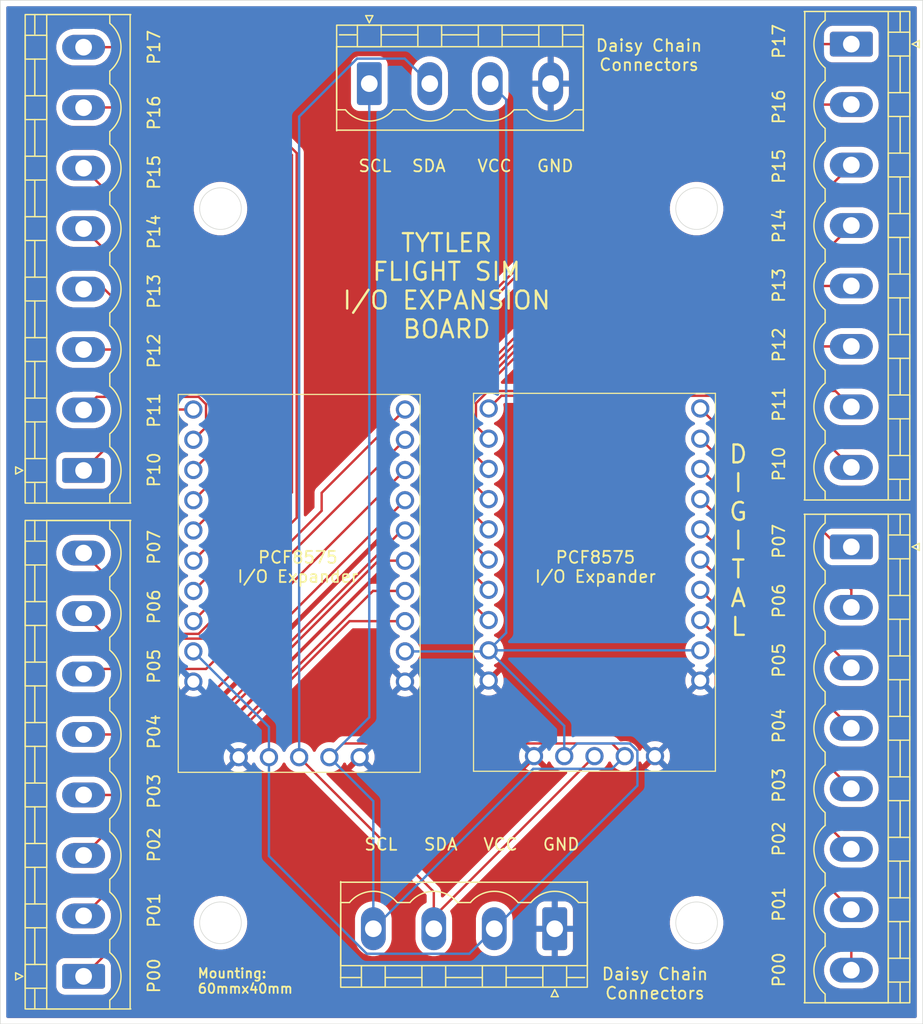
<source format=kicad_pcb>
(kicad_pcb (version 20241229) (generator "pcbnew") (generator_version "9.0")
  (layers (0 "F.Cu" signal) (2 "B.Cu" signal) (13 "F.Paste" user) (15 "B.Paste" user) (5 "F.SilkS" user "F.Silkscreen") (7 "B.SilkS" user "B.Silkscreen") (1 "F.Mask" user) (3 "B.Mask" user) (25 "Edge.Cuts" user))
  (net 0 "")
  (net 1 "Net-(J5-Pin_3)")
  (net 2 "Net-(J4-Pin_1)")
  (net 3 "Net-(J4-Pin_2)")
  (net 4 "+5V")
  (net 5 "GND")
  (net 6 "Net-(J2-Pin_5)")
  (net 7 "Net-(J2-Pin_1)")
  (net 8 "Net-(J1-Pin_6)")
  (net 9 "Net-(J2-Pin_8)")
  (net 10 "Net-(J1-Pin_7)")
  (net 11 "Net-(J1-Pin_2)")
  (net 12 "Net-(J2-Pin_3)")
  (net 13 "Net-(J1-Pin_4)")
  (net 14 "Net-(J2-Pin_2)")
  (net 15 "Net-(J2-Pin_6)")
  (net 16 "Net-(J2-Pin_7)")
  (net 17 "Net-(J2-Pin_4)")
  (net 18 "Net-(J1-Pin_5)")
  (net 19 "Net-(J1-Pin_1)")
  (net 20 "Net-(J1-Pin_8)")
  (net 21 "Net-(J5-Pin_7)")
  (net 22 "Net-(J5-Pin_1)")
  (net 23 "Net-(J5-Pin_2)")
  (net 24 "Net-(J5-Pin_8)")
  (net 25 "Net-(J5-Pin_5)")
  (net 26 "Net-(J5-Pin_6)")
  (net 27 "Net-(J5-Pin_4)")
  (net 28 "Net-(J6-Pin_1)")
  (net 29 "Net-(J6-Pin_8)")
  (net 30 "Net-(J6-Pin_7)")
  (net 31 "Net-(J6-Pin_4)")
  (net 32 "Net-(J6-Pin_3)")
  (net 33 "Net-(J6-Pin_6)")
  (net 34 "Net-(J6-Pin_2)")
  (net 35 "Net-(J6-Pin_5)")
  (net 36 "Net-(J1-Pin_3)")
  (footprint "MyCustomSymbolLibrary:PCF8575_Breakout" (layer "F.Cu") (at 137.53 86.79)
    (property "Reference" "U3" (hide yes))
    (property "Value" "~")
    (pad "G1" thru_hole circle (at 0 22.86) (size 1.53 1.53) (drill 1.02) (layers "*.Cu" "*.Mask") (net 5 "GND"))
    (pad "G2" thru_hole circle (at 3.81 29.21) (size 1.53 1.53) (drill 1.02) (layers "*.Cu" "*.Mask") (net 5 "GND"))
    (pad "G3" thru_hole circle (at 17.78 22.86) (size 1.53 1.53) (drill 1.02) (layers "*.Cu" "*.Mask") (net 5 "GND"))
    (pad "INT" thru_hole circle (at 13.97 29.21) (size 1.53 1.53) (drill 1.02) (layers "*.Cu" "*.Mask") (net 5 "GND"))
    (pad "P00" thru_hole circle (at 17.78 17.78) (size 1.53 1.53) (drill 1.02) (layers "*.Cu" "*.Mask") (net 29 "Net-(J6-Pin_8)"))
    (pad "P01" thru_hole circle (at 17.78 15.24) (size 1.53 1.53) (drill 1.02) (layers "*.Cu" "*.Mask") (net 30 "Net-(J6-Pin_7)"))
    (pad "P02" thru_hole circle (at 17.78 12.7) (size 1.53 1.53) (drill 1.02) (layers "*.Cu" "*.Mask") (net 33 "Net-(J6-Pin_6)"))
    (pad "P03" thru_hole circle (at 17.78 10.16) (size 1.53 1.53) (drill 1.02) (layers "*.Cu" "*.Mask") (net 35 "Net-(J6-Pin_5)"))
    (pad "P04" thru_hole circle (at 17.78 7.62) (size 1.53 1.53) (drill 1.02) (layers "*.Cu" "*.Mask") (net 31 "Net-(J6-Pin_4)"))
    (pad "P05" thru_hole circle (at 17.78 5.08) (size 1.53 1.53) (drill 1.02) (layers "*.Cu" "*.Mask") (net 32 "Net-(J6-Pin_3)"))
    (pad "P06" thru_hole circle (at 17.78 2.54) (size 1.53 1.53) (drill 1.02) (layers "*.Cu" "*.Mask") (net 34 "Net-(J6-Pin_2)"))
    (pad "P07" thru_hole circle (at 17.78 0) (size 1.53 1.53) (drill 1.02) (layers "*.Cu" "*.Mask") (net 28 "Net-(J6-Pin_1)"))
    (pad "P10" thru_hole circle (at 0 0) (size 1.53 1.53) (drill 1.02) (layers "*.Cu" "*.Mask") (net 24 "Net-(J5-Pin_8)"))
    (pad "P11" thru_hole circle (at 0 2.54) (size 1.53 1.53) (drill 1.02) (layers "*.Cu" "*.Mask") (net 21 "Net-(J5-Pin_7)"))
    (pad "P12" thru_hole circle (at 0 5.08) (size 1.53 1.53) (drill 1.02) (layers "*.Cu" "*.Mask") (net 26 "Net-(J5-Pin_6)"))
    (pad "P13" thru_hole circle (at 0 7.62) (size 1.53 1.53) (drill 1.02) (layers "*.Cu" "*.Mask") (net 25 "Net-(J5-Pin_5)"))
    (pad "P14" thru_hole circle (at 0 10.16) (size 1.53 1.53) (drill 1.02) (layers "*.Cu" "*.Mask") (net 27 "Net-(J5-Pin_4)"))
    (pad "P15" thru_hole circle (at 0 12.7) (size 1.53 1.53) (drill 1.02) (layers "*.Cu" "*.Mask") (net 1 "Net-(J5-Pin_3)"))
    (pad "P16" thru_hole circle (at 0 15.24) (size 1.53 1.53) (drill 1.02) (layers "*.Cu" "*.Mask") (net 23 "Net-(J5-Pin_2)"))
    (pad "P17" thru_hole circle (at 0 17.78) (size 1.53 1.53) (drill 1.02) (layers "*.Cu" "*.Mask") (net 22 "Net-(J5-Pin_1)"))
    (pad "SCL" thru_hole circle (at 11.43 29.21) (size 1.53 1.53) (drill 1.02) (layers "*.Cu" "*.Mask") (net 2 "Net-(J4-Pin_1)"))
    (pad "SDA" thru_hole circle (at 8.89 29.21) (size 1.53 1.53) (drill 1.02) (layers "*.Cu" "*.Mask") (net 3 "Net-(J4-Pin_2)"))
    (pad "VCC" thru_hole circle (at 6.35 29.21) (size 1.53 1.53) (drill 1.02) (layers "*.Cu" "*.Mask") (net 4 "+5V"))
    (pad "VD1" thru_hole circle (at 0 20.32) (size 1.53 1.53) (drill 1.02) (layers "*.Cu" "*.Mask") (net 4 "+5V"))
    (pad "VD2" thru_hole circle (at 17.78 20.32) (size 1.53 1.53) (drill 1.02) (layers "*.Cu" "*.Mask") (net 4 "+5V"))
  )
  (footprint "MyCustomSymbolLibrary:ScrewTerminal_2,5_8-G-5,08_1x08_P5.08mm_Vertical" (layer "F.Cu") (at 168 98.42 -90)
    (property "Reference" "J6" (hide yes))
    (property "Value" "Screw_Terminal_01x08")
    (pad "1" thru_hole roundrect (at 0 0 270) (size 2.08 3.6) (drill 1.4) (layers "*.Cu" "*.Mask") (roundrect_rratio 0.120192) (net 28 "Net-(J6-Pin_1)"))
    (pad "2" thru_hole oval (at 5.08 0 270) (size 2.08 3.6) (drill 1.4) (layers "*.Cu" "*.Mask") (net 34 "Net-(J6-Pin_2)"))
    (pad "3" thru_hole oval (at 10.16 0 270) (size 2.08 3.6) (drill 1.4) (layers "*.Cu" "*.Mask") (net 32 "Net-(J6-Pin_3)"))
    (pad "4" thru_hole oval (at 15.24 0 270) (size 2.08 3.6) (drill 1.4) (layers "*.Cu" "*.Mask") (net 31 "Net-(J6-Pin_4)"))
    (pad "5" thru_hole oval (at 20.32 0 270) (size 2.08 3.6) (drill 1.4) (layers "*.Cu" "*.Mask") (net 35 "Net-(J6-Pin_5)"))
    (pad "6" thru_hole oval (at 25.4 0 270) (size 2.08 3.6) (drill 1.4) (layers "*.Cu" "*.Mask") (net 33 "Net-(J6-Pin_6)"))
    (pad "7" thru_hole oval (at 30.48 0 270) (size 2.08 3.6) (drill 1.4) (layers "*.Cu" "*.Mask") (net 30 "Net-(J6-Pin_7)"))
    (pad "8" thru_hole oval (at 35.56 0 270) (size 2.08 3.6) (drill 1.4) (layers "*.Cu" "*.Mask") (net 29 "Net-(J6-Pin_8)"))
  )
  (footprint "MyCustomSymbolLibrary:ScrewTerminal_2,5_8-G-5,08_1x08_P5.08mm_Vertical" (layer "F.Cu") (at 103.5 134.5 90)
    (property "Reference" "J2" (hide yes))
    (property "Value" "Screw_Terminal_01x08")
    (pad "1" thru_hole roundrect (at 0 0 90) (size 2.08 3.6) (drill 1.4) (layers "*.Cu" "*.Mask") (roundrect_rratio 0.120192) (net 7 "Net-(J2-Pin_1)"))
    (pad "2" thru_hole oval (at 5.08 0 90) (size 2.08 3.6) (drill 1.4) (layers "*.Cu" "*.Mask") (net 14 "Net-(J2-Pin_2)"))
    (pad "3" thru_hole oval (at 10.16 0 90) (size 2.08 3.6) (drill 1.4) (layers "*.Cu" "*.Mask") (net 12 "Net-(J2-Pin_3)"))
    (pad "4" thru_hole oval (at 15.24 0 90) (size 2.08 3.6) (drill 1.4) (layers "*.Cu" "*.Mask") (net 17 "Net-(J2-Pin_4)"))
    (pad "5" thru_hole oval (at 20.32 0 90) (size 2.08 3.6) (drill 1.4) (layers "*.Cu" "*.Mask") (net 6 "Net-(J2-Pin_5)"))
    (pad "6" thru_hole oval (at 25.4 0 90) (size 2.08 3.6) (drill 1.4) (layers "*.Cu" "*.Mask") (net 15 "Net-(J2-Pin_6)"))
    (pad "7" thru_hole oval (at 30.48 0 90) (size 2.08 3.6) (drill 1.4) (layers "*.Cu" "*.Mask") (net 16 "Net-(J2-Pin_7)"))
    (pad "8" thru_hole oval (at 35.56 0 90) (size 2.08 3.6) (drill 1.4) (layers "*.Cu" "*.Mask") (net 9 "Net-(J2-Pin_8)"))
  )
  (footprint "MyCustomSymbolLibrary:ScrewTerminal_2,5_8-G-5,08_1x08_P5.08mm_Vertical" (layer "F.Cu") (at 168 56.18 -90)
    (property "Reference" "J5" (hide yes))
    (property "Value" "Screw_Terminal_01x08")
    (pad "1" thru_hole roundrect (at 0 0 270) (size 2.08 3.6) (drill 1.4) (layers "*.Cu" "*.Mask") (roundrect_rratio 0.120192) (net 22 "Net-(J5-Pin_1)"))
    (pad "2" thru_hole oval (at 5.08 0 270) (size 2.08 3.6) (drill 1.4) (layers "*.Cu" "*.Mask") (net 23 "Net-(J5-Pin_2)"))
    (pad "3" thru_hole oval (at 10.16 0 270) (size 2.08 3.6) (drill 1.4) (layers "*.Cu" "*.Mask") (net 1 "Net-(J5-Pin_3)"))
    (pad "4" thru_hole oval (at 15.24 0 270) (size 2.08 3.6) (drill 1.4) (layers "*.Cu" "*.Mask") (net 27 "Net-(J5-Pin_4)"))
    (pad "5" thru_hole oval (at 20.32 0 270) (size 2.08 3.6) (drill 1.4) (layers "*.Cu" "*.Mask") (net 25 "Net-(J5-Pin_5)"))
    (pad "6" thru_hole oval (at 25.4 0 270) (size 2.08 3.6) (drill 1.4) (layers "*.Cu" "*.Mask") (net 26 "Net-(J5-Pin_6)"))
    (pad "7" thru_hole oval (at 30.48 0 270) (size 2.08 3.6) (drill 1.4) (layers "*.Cu" "*.Mask") (net 21 "Net-(J5-Pin_7)"))
    (pad "8" thru_hole oval (at 35.56 0 270) (size 2.08 3.6) (drill 1.4) (layers "*.Cu" "*.Mask") (net 24 "Net-(J5-Pin_8)"))
  )
  (footprint "MyCustomSymbolLibrary:ScrewTerminal_2,5_8-G-5,08_1x08_P5.08mm_Vertical" (layer "F.Cu") (at 103.5 92 90)
    (property "Reference" "J1" (hide yes))
    (property "Value" "Screw_Terminal_01x08")
    (pad "1" thru_hole roundrect (at 0 0 90) (size 2.08 3.6) (drill 1.4) (layers "*.Cu" "*.Mask") (roundrect_rratio 0.120192) (net 19 "Net-(J1-Pin_1)"))
    (pad "2" thru_hole oval (at 5.08 0 90) (size 2.08 3.6) (drill 1.4) (layers "*.Cu" "*.Mask") (net 11 "Net-(J1-Pin_2)"))
    (pad "3" thru_hole oval (at 10.16 0 90) (size 2.08 3.6) (drill 1.4) (layers "*.Cu" "*.Mask") (net 36 "Net-(J1-Pin_3)"))
    (pad "4" thru_hole oval (at 15.24 0 90) (size 2.08 3.6) (drill 1.4) (layers "*.Cu" "*.Mask") (net 13 "Net-(J1-Pin_4)"))
    (pad "5" thru_hole oval (at 20.32 0 90) (size 2.08 3.6) (drill 1.4) (layers "*.Cu" "*.Mask") (net 18 "Net-(J1-Pin_5)"))
    (pad "6" thru_hole oval (at 25.4 0 90) (size 2.08 3.6) (drill 1.4) (layers "*.Cu" "*.Mask") (net 8 "Net-(J1-Pin_6)"))
    (pad "7" thru_hole oval (at 30.48 0 90) (size 2.08 3.6) (drill 1.4) (layers "*.Cu" "*.Mask") (net 10 "Net-(J1-Pin_7)"))
    (pad "8" thru_hole oval (at 35.56 0 90) (size 2.08 3.6) (drill 1.4) (layers "*.Cu" "*.Mask") (net 20 "Net-(J1-Pin_8)"))
  )
  (footprint "MyCustomSymbolLibrary:ScrewTerminal_2,5_4-G-5,08_1x04_P5.08mm_Vertical" (layer "F.Cu") (at 127.5 59.5)
    (property "Reference" "J4" (hide yes))
    (property "Value" "PCF_Upper_Daisy_Chain_Terminal")
    (pad "1" thru_hole roundrect (at 0 0) (size 2.08 3.6) (drill 1.4) (layers "*.Cu" "*.Mask") (roundrect_rratio 0.120192) (net 2 "Net-(J4-Pin_1)"))
    (pad "2" thru_hole oval (at 5.08 0) (size 2.08 3.6) (drill 1.4) (layers "*.Cu" "*.Mask") (net 3 "Net-(J4-Pin_2)"))
    (pad "3" thru_hole oval (at 10.16 0) (size 2.08 3.6) (drill 1.4) (layers "*.Cu" "*.Mask") (net 4 "+5V"))
    (pad "4" thru_hole oval (at 15.24 0) (size 2.08 3.6) (drill 1.4) (layers "*.Cu" "*.Mask") (net 5 "GND"))
  )
  (footprint "MyCustomSymbolLibrary:PCF8575_Breakout" (layer "F.Cu") (at 112.72 86.88)
    (property "Reference" "U1" (hide yes))
    (property "Value" "~")
    (pad "G1" thru_hole circle (at 0 22.86) (size 1.53 1.53) (drill 1.02) (layers "*.Cu" "*.Mask") (net 5 "GND"))
    (pad "G2" thru_hole circle (at 3.81 29.21) (size 1.53 1.53) (drill 1.02) (layers "*.Cu" "*.Mask") (net 5 "GND"))
    (pad "G3" thru_hole circle (at 17.78 22.86) (size 1.53 1.53) (drill 1.02) (layers "*.Cu" "*.Mask") (net 5 "GND"))
    (pad "INT" thru_hole circle (at 13.97 29.21) (size 1.53 1.53) (drill 1.02) (layers "*.Cu" "*.Mask") (net 5 "GND"))
    (pad "P00" thru_hole circle (at 17.78 17.78) (size 1.53 1.53) (drill 1.02) (layers "*.Cu" "*.Mask") (net 7 "Net-(J2-Pin_1)"))
    (pad "P01" thru_hole circle (at 17.78 15.24) (size 1.53 1.53) (drill 1.02) (layers "*.Cu" "*.Mask") (net 14 "Net-(J2-Pin_2)"))
    (pad "P02" thru_hole circle (at 17.78 12.7) (size 1.53 1.53) (drill 1.02) (layers "*.Cu" "*.Mask") (net 12 "Net-(J2-Pin_3)"))
    (pad "P03" thru_hole circle (at 17.78 10.16) (size 1.53 1.53) (drill 1.02) (layers "*.Cu" "*.Mask") (net 17 "Net-(J2-Pin_4)"))
    (pad "P04" thru_hole circle (at 17.78 7.62) (size 1.53 1.53) (drill 1.02) (layers "*.Cu" "*.Mask") (net 6 "Net-(J2-Pin_5)"))
    (pad "P05" thru_hole circle (at 17.78 5.08) (size 1.53 1.53) (drill 1.02) (layers "*.Cu" "*.Mask") (net 15 "Net-(J2-Pin_6)"))
    (pad "P06" thru_hole circle (at 17.78 2.54) (size 1.53 1.53) (drill 1.02) (layers "*.Cu" "*.Mask") (net 16 "Net-(J2-Pin_7)"))
    (pad "P07" thru_hole circle (at 17.78 0) (size 1.53 1.53) (drill 1.02) (layers "*.Cu" "*.Mask") (net 9 "Net-(J2-Pin_8)"))
    (pad "P10" thru_hole circle (at 0 0) (size 1.53 1.53) (drill 1.02) (layers "*.Cu" "*.Mask") (net 19 "Net-(J1-Pin_1)"))
    (pad "P11" thru_hole circle (at 0 2.54) (size 1.53 1.53) (drill 1.02) (layers "*.Cu" "*.Mask") (net 11 "Net-(J1-Pin_2)"))
    (pad "P12" thru_hole circle (at 0 5.08) (size 1.53 1.53) (drill 1.02) (layers "*.Cu" "*.Mask") (net 36 "Net-(J1-Pin_3)"))
    (pad "P13" thru_hole circle (at 0 7.62) (size 1.53 1.53) (drill 1.02) (layers "*.Cu" "*.Mask") (net 13 "Net-(J1-Pin_4)"))
    (pad "P14" thru_hole circle (at 0 10.16) (size 1.53 1.53) (drill 1.02) (layers "*.Cu" "*.Mask") (net 18 "Net-(J1-Pin_5)"))
    (pad "P15" thru_hole circle (at 0 12.7) (size 1.53 1.53) (drill 1.02) (layers "*.Cu" "*.Mask") (net 8 "Net-(J1-Pin_6)"))
    (pad "P16" thru_hole circle (at 0 15.24) (size 1.53 1.53) (drill 1.02) (layers "*.Cu" "*.Mask") (net 10 "Net-(J1-Pin_7)"))
    (pad "P17" thru_hole circle (at 0 17.78) (size 1.53 1.53) (drill 1.02) (layers "*.Cu" "*.Mask") (net 20 "Net-(J1-Pin_8)"))
    (pad "SCL" thru_hole circle (at 11.43 29.21) (size 1.53 1.53) (drill 1.02) (layers "*.Cu" "*.Mask") (net 2 "Net-(J4-Pin_1)"))
    (pad "SDA" thru_hole circle (at 8.89 29.21) (size 1.53 1.53) (drill 1.02) (layers "*.Cu" "*.Mask") (net 3 "Net-(J4-Pin_2)"))
    (pad "VCC" thru_hole circle (at 6.35 29.21) (size 1.53 1.53) (drill 1.02) (layers "*.Cu" "*.Mask") (net 4 "+5V"))
    (pad "VD1" thru_hole circle (at 0 20.32) (size 1.53 1.53) (drill 1.02) (layers "*.Cu" "*.Mask") (net 4 "+5V"))
    (pad "VD2" thru_hole circle (at 17.78 20.32) (size 1.53 1.53) (drill 1.02) (layers "*.Cu" "*.Mask") (net 4 "+5V"))
  )
  (footprint "MyCustomSymbolLibrary:ScrewTerminal_2,5_4-G-5,08_1x04_P5.08mm_Vertical" (layer "F.Cu") (at 143.08 130.5 180)
    (property "Reference" "J8" (hide yes))
    (property "Value" "PCF_Lower_Daisy_Chain_Terminal")
    (pad "1" thru_hole roundrect (at 0 0 180) (size 2.08 3.6) (drill 1.4) (layers "*.Cu" "*.Mask") (roundrect_rratio 0.120192) (net 5 "GND"))
    (pad "2" thru_hole oval (at 5.08 0 180) (size 2.08 3.6) (drill 1.4) (layers "*.Cu" "*.Mask") (net 4 "+5V"))
    (pad "3" thru_hole oval (at 10.16 0 180) (size 2.08 3.6) (drill 1.4) (layers "*.Cu" "*.Mask") (net 3 "Net-(J4-Pin_2)"))
    (pad "4" thru_hole oval (at 15.24 0 180) (size 2.08 3.6) (drill 1.4) (layers "*.Cu" "*.Mask") (net 2 "Net-(J4-Pin_1)"))
  )
  (gr_circle (center 155 130) (end 156.75 130) (stroke (width 0.05)) (fill no) (layer "Edge.Cuts"))
  (gr_circle (center 115 130) (end 116.75 130) (stroke (width 0.05)) (fill no) (layer "Edge.Cuts"))
  (gr_circle (center 155 70) (end 156.75 70) (stroke (width 0.05)) (fill no) (layer "Edge.Cuts"))
  (gr_circle (center 115 70) (end 116.75 70) (stroke (width 0.05)) (fill no) (layer "Edge.Cuts"))
  (gr_rect (start 96.5 52.5) (end 174 138.5) (stroke (width 0.05)) (fill no) (layer "Edge.Cuts"))
  (gr_text "SCL" (at 127 124 0) (layer "F.SilkS") (effects (font (size 1 1)) (justify left bottom)))
  (gr_text "P05" (at 162.5 109.5 90) (layer "F.SilkS") (effects (font (size 1 1)) (justify left bottom)))
  (gr_text "SDA" (at 132 124 0) (layer "F.SilkS") (effects (font (size 1 1)) (justify left bottom)))
  (gr_text "PCF8575\nI/O Expander" (at 121.5 101.5 0) (layer "F.SilkS") (effects (font (size 1 1)) (justify bottom)))
  (gr_text "PCF8575\nI/O Expander" (at 146.5 101.5 0) (layer "F.SilkS") (effects (font (size 1 1)) (justify bottom)))
  (gr_text "Daisy Chain\nConnectors" (at 151 58.5 0) (layer "F.SilkS") (effects (font (size 1 1)) (justify bottom)))
  (gr_text "Mounting:\n60mmx40mm" (at 113 136 0) (layer "F.SilkS") (effects (font (size 0.8 0.8)) (justify left bottom)))
  (gr_text "P14" (at 110 73.5 90) (layer "F.SilkS") (effects (font (size 1 1)) (justify left bottom)))
  (gr_text "SCL" (at 126.5 67 0) (layer "F.SilkS") (effects (font (size 1 1)) (justify left bottom)))
  (gr_text "P04" (at 110 115.5 90) (layer "F.SilkS") (effects (font (size 1 1)) (justify left bottom)))
  (gr_text "P14" (at 162.5 73 90) (layer "F.SilkS") (effects (font (size 1 1)) (justify left bottom)))
  (gr_text "P03" (at 162.5 120 90) (layer "F.SilkS") (effects (font (size 1 1)) (justify left bottom)))
  (gr_text "P02" (at 110 125 90) (layer "F.SilkS") (effects (font (size 1 1)) (justify left bottom)))
  (gr_text "P01" (at 110 130.5 90) (layer "F.SilkS") (effects (font (size 1 1)) (justify left bottom)))
  (gr_text "P15" (at 110 68.5 90) (layer "F.SilkS") (effects (font (size 1 1)) (justify left bottom)))
  (gr_text "P12" (at 110 83.5 90) (layer "F.SilkS") (effects (font (size 1 1)) (justify left bottom)))
  (gr_text "P07" (at 162.5 99.5 90) (layer "F.SilkS") (effects (font (size 1 1)) (justify left bottom)))
  (gr_text "P17" (at 110 58 90) (layer "F.SilkS") (effects (font (size 1 1)) (justify left bottom)))
  (gr_text "VCC" (at 136.5 67 0) (layer "F.SilkS") (effects (font (size 1 1)) (justify left bottom)))
  (gr_text "SDA" (at 131 67 0) (layer "F.SilkS") (effects (font (size 1 1)) (justify left bottom)))
  (gr_text "P10" (at 162.5 93 90) (layer "F.SilkS") (effects (font (size 1 1)) (justify left bottom)))
  (gr_text "P17" (at 162.5 57.5 90) (layer "F.SilkS") (effects (font (size 1 1)) (justify left bottom)))
  (gr_text "P15" (at 162.5 68 90) (layer "F.SilkS") (effects (font (size 1 1)) (justify left bottom)))
  (gr_text "Daisy Chain\nConnectors" (at 151.5 136.5 0) (layer "F.SilkS") (effects (font (size 1 1)) (justify bottom)))
  (gr_text "D\nI\nG\nI\nT\nA\nL" (at 158.5 106 0) (layer "F.SilkS") (effects (font (size 1.5 1.5) (thickness 0.2) (bold yes)) (justify bottom)))
  (gr_text "P10" (at 110 93.5 90) (layer "F.SilkS") (effects (font (size 1 1)) (justify left bottom)))
  (gr_text "P11" (at 162.5 88 90) (layer "F.SilkS") (effects (font (size 1 1)) (justify left bottom)))
  (gr_text "P01" (at 162.5 130 90) (layer "F.SilkS") (effects (font (size 1 1)) (justify left bottom)))
  (gr_text "TYTLER\nFLIGHT SIM\nI/O EXPANSION\nBOARD" (at 134 81 0) (layer "F.SilkS") (effects (font (size 1.5 1.5) (thickness 0.2) (bold yes)) (justify bottom)))
  (gr_text "P13" (at 162.5 78 90) (layer "F.SilkS") (effects (font (size 1 1)) (justify left bottom)))
  (gr_text "P06" (at 110 105 90) (layer "F.SilkS") (effects (font (size 1 1)) (justify left bottom)))
  (gr_text "P00" (at 162.5 135.5 90) (layer "F.SilkS") (effects (font (size 1 1)) (justify left bottom)))
  (gr_text "GND" (at 142 124 0) (layer "F.SilkS") (effects (font (size 1 1)) (justify left bottom)))
  (gr_text "P12" (at 162.5 83 90) (layer "F.SilkS") (effects (font (size 1 1)) (justify left bottom)))
  (gr_text "P03" (at 110 120.5 90) (layer "F.SilkS") (effects (font (size 1 1)) (justify left bottom)))
  (gr_text "P11" (at 110 88.5 90) (layer "F.SilkS") (effects (font (size 1 1)) (justify left bottom)))
  (gr_text "P16" (at 162.5 63 90) (layer "F.SilkS") (effects (font (size 1 1)) (justify left bottom)))
  (gr_text "P02" (at 162.5 124.5 90) (layer "F.SilkS") (effects (font (size 1 1)) (justify left bottom)))
  (gr_text "VCC" (at 137 124 0) (layer "F.SilkS") (effects (font (size 1 1)) (justify left bottom)))
  (gr_text "P16" (at 110 63.5 90) (layer "F.SilkS") (effects (font (size 1 1)) (justify left bottom)))
  (gr_text "GND" (at 141.5 67 0) (layer "F.SilkS") (effects (font (size 1 1)) (justify left bottom)))
  (gr_text "P04" (at 162.5 115 90) (layer "F.SilkS") (effects (font (size 1 1)) (justify left bottom)))
  (gr_text "P07" (at 110 100 90) (layer "F.SilkS") (effects (font (size 1 1)) (justify left bottom)))
  (gr_text "P05" (at 110 110 90) (layer "F.SilkS") (effects (font (size 1 1)) (justify left bottom)))
  (gr_text "P06" (at 162.5 104.5 90) (layer "F.SilkS") (effects (font (size 1 1)) (justify left bottom)))
  (gr_text "P00" (at 110 136 90) (layer "F.SilkS") (effects (font (size 1 1)) (justify left bottom)))
  (gr_text "P13" (at 110 78.5 90) (layer "F.SilkS") (effects (font (size 1 1)) (justify left bottom)))
  (segment (start 145.022024 75.522024) (end 134.86 85.684048) (width 0.2) (layer "F.Cu") (net 1))
  (segment (start 168 66.34) (end 158.817976 75.522024) (width 0.2) (layer "F.Cu") (net 1))
  (segment (start 134.86 96.82) (end 134.86 85.684048) (width 0.2) (layer "F.Cu") (net 1))
  (segment (start 158.817976 75.522024) (end 145.022024 75.522024) (width 0.2) (layer "F.Cu") (net 1))
  (segment (start 137.53 99.49) (end 134.86 96.82) (width 0.2) (layer "F.Cu") (net 1))
  (segment (start 125.306 114.934) (end 124.15 116.09) (width 0.2) (layer "F.Cu") (net 2))
  (segment (start 148.96 116) (end 147.894 114.934) (width 0.2) (layer "F.Cu") (net 2))
  (segment (start 147.894 114.934) (end 125.306 114.934) (width 0.2) (layer "F.Cu") (net 2))
  (segment (start 148.96 116) (end 149 116.04) (width 0.2) (layer "F.Cu") (net 2))
  (segment (start 147.894 117.066) (end 148.96 116) (width 0.2) (layer "B.Cu") (net 2))
  (segment (start 127.5 59.5) (end 127.5 112.74) (width 0.2) (layer "B.Cu") (net 2))
  (segment (start 127.84 130.5) (end 141.274 117.066) (width 0.2) (layer "B.Cu") (net 2))
  (segment (start 127.5 112.74) (end 124.15 116.09) (width 0.2) (layer "B.Cu") (net 2))
  (segment (start 127.84 119.78) (end 124.15 116.09) (width 0.2) (layer "B.Cu") (net 2))
  (segment (start 141.274 117.066) (end 147.894 117.066) (width 0.2) (layer "B.Cu") (net 2))
  (segment (start 127.84 130.5) (end 127.84 119.78) (width 0.2) (layer "B.Cu") (net 2))
  (segment (start 132.92 127.4) (end 121.61 116.09) (width 0.2) (layer "F.Cu") (net 3))
  (segment (start 132.92 130.5) (end 132.92 127.4) (width 0.2) (layer "F.Cu") (net 3))
  (segment (start 132.92 130.5) (end 132.92 129.5) (width 0.2) (layer "F.Cu") (net 3))
  (segment (start 132.92 129.5) (end 146.42 116) (width 0.2) (layer "F.Cu") (net 3))
  (segment (start 130.479 57.399) (end 132.58 59.5) (width 0.2) (layer "B.Cu") (net 3))
  (segment (start 121.61 62.26384) (end 126.47484 57.399) (width 0.2) (layer "B.Cu") (net 3))
  (segment (start 126.47484 57.399) (end 130.479 57.399) (width 0.2) (layer "B.Cu") (net 3))
  (segment (start 121.61 116.09) (end 121.61 62.26384) (width 0.2) (layer "B.Cu") (net 3))
  (segment (start 137.53 107.11) (end 143.88 113.46) (width 0.2) (layer "B.Cu") (net 4))
  (segment (start 155.31 107.11) (end 137.53 107.11) (width 0.2) (layer "B.Cu") (net 4))
  (segment (start 139 105.64) (end 137.53 107.11) (width 0.2) (layer "B.Cu") (net 4))
  (segment (start 119.07 124.38646) (end 119.07 116.09) (width 0.2) (layer "B.Cu") (net 4))
  (segment (start 138 130.5) (end 135.899 132.601) (width 0.2) (layer "B.Cu") (net 4))
  (segment (start 119.07 113.55) (end 112.72 107.2) (width 0.2) (layer "B.Cu") (net 4))
  (segment (start 144.946 114.934) (end 143.88 116) (width 0.2) (layer "B.Cu") (net 4))
  (segment (start 130.5 107.2) (end 137.44 107.2) (width 0.2) (layer "B.Cu") (net 4))
  (segment (start 150.026 115.558448) (end 149.401552 114.934) (width 0.2) (layer "B.Cu") (net 4))
  (segment (start 149.401552 114.934) (end 144.946 114.934) (width 0.2) (layer "B.Cu") (net 4))
  (segment (start 138.42 130.5) (end 138.507552 130.5) (width 0.2) (layer "B.Cu") (net 4))
  (segment (start 137.66 59.5) (end 139 60.84) (width 0.2) (layer "B.Cu") (net 4))
  (segment (start 119.07 116.09) (end 119.07 113.55) (width 0.2) (layer "B.Cu") (net 4))
  (segment (start 150.026 118.474) (end 150.026 115.558448) (width 0.2) (layer "B.Cu") (net 4))
  (segment (start 138 130.5) (end 150.026 118.474) (width 0.2) (layer "B.Cu") (net 4))
  (segment (start 143.88 113.46) (end 143.88 116) (width 0.2) (layer "B.Cu") (net 4))
  (segment (start 127.28454 132.601) (end 119.07 124.38646) (width 0.2) (layer "B.Cu") (net 4))
  (segment (start 137.44 107.2) (end 137.53 107.11) (width 0.2) (layer "B.Cu") (net 4))
  (segment (start 135.899 132.601) (end 127.28454 132.601) (width 0.2) (layer "B.Cu") (net 4))
  (segment (start 139 60.84) (end 139 105.64) (width 0.2) (layer "B.Cu") (net 4))
  (segment (start 103.5 114.18) (end 110.82 114.18) (width 0.2) (layer "F.Cu") (net 6))
  (segment (start 110.82 114.18) (end 130.5 94.5) (width 0.2) (layer "F.Cu") (net 6))
  (segment (start 103.5 134.5) (end 114.5 123.5) (width 0.2) (layer "F.Cu") (net 7))
  (segment (start 114.5 116) (end 125.84 104.66) (width 0.2) (layer "F.Cu") (net 7))
  (segment (start 114.5 123.5) (end 114.5 116) (width 0.2) (layer "F.Cu") (net 7))
  (segment (start 125.84 104.66) (end 130.5 104.66) (width 0.2) (layer "F.Cu") (net 7))
  (segment (start 115.39 96.91) (end 112.72 99.58) (width 0.2) (layer "F.Cu") (net 8))
  (segment (start 115.39 78.49) (end 115.39 96.91) (width 0.2) (layer "F.Cu") (net 8))
  (segment (start 103.5 66.6) (end 115.39 78.49) (width 0.2) (layer "F.Cu") (net 8))
  (segment (start 123.5 93.88) (end 123.5 95.387552) (width 0.2) (layer "F.Cu") (net 9))
  (segment (start 103.5 98.94) (end 110.286 105.726) (width 0.2) (layer "F.Cu") (net 9))
  (segment (start 113.161552 105.726) (end 123.5 95.387552) (width 0.2) (layer "F.Cu") (net 9))
  (segment (start 110.286 105.726) (end 113.161552 105.726) (width 0.2) (layer "F.Cu") (net 9))
  (segment (start 130.5 86.88) (end 123.5 93.88) (width 0.2) (layer "F.Cu") (net 9))
  (segment (start 121 65.5) (end 121 93.84) (width 0.2) (layer "F.Cu") (net 10))
  (segment (start 103.5 61.52) (end 103.52 61.5) (width 0.2) (layer "F.Cu") (net 10))
  (segment (start 112.72 102.12) (end 121 93.84) (width 0.2) (layer "F.Cu") (net 10))
  (segment (start 103.52 61.5) (end 117 61.5) (width 0.2) (layer "F.Cu") (net 10))
  (segment (start 117 61.5) (end 121 65.5) (width 0.2) (layer "F.Cu") (net 10))
  (segment (start 113.786 88.354) (end 112.72 89.42) (width 0.2) (layer "F.Cu") (net 11))
  (segment (start 113.161552 85.814) (end 113.786 86.438448) (width 0.2) (layer "F.Cu") (net 11))
  (segment (start 103.5 86.92) (end 104.606 85.814) (width 0.2) (layer "F.Cu") (net 11))
  (segment (start 113.786 86.438448) (end 113.786 88.354) (width 0.2) (layer "F.Cu") (net 11))
  (segment (start 104.606 85.814) (end 113.161552 85.814) (width 0.2) (layer "F.Cu") (net 11))
  (segment (start 128.26 99.58) (end 130.5 99.58) (width 0.2) (layer "F.Cu") (net 12))
  (segment (start 103.5 124.34) (end 128.26 99.58) (width 0.2) (layer "F.Cu") (net 12))
  (segment (start 103.5 76.76) (end 105.241752 76.76) (width 0.2) (layer "F.Cu") (net 13))
  (segment (start 105.241752 76.76) (end 114.588 86.106248) (width 0.2) (layer "F.Cu") (net 13))
  (segment (start 114.588 92.632) (end 112.72 94.5) (width 0.2) (layer "F.Cu") (net 13))
  (segment (start 114.588 86.106248) (end 114.588 92.632) (width 0.2) (layer "F.Cu") (net 13))
  (segment (start 114.099 118.821) (end 114.099 115.8339) (width 0.2) (layer "F.Cu") (net 14))
  (segment (start 103.5 129.42) (end 114.099 118.821) (width 0.2) (layer "F.Cu") (net 14))
  (segment (start 127.8129 102.12) (end 130.5 102.12) (width 0.2) (layer "F.Cu") (net 14))
  (segment (start 114.099 115.8339) (end 127.8129 102.12) (width 0.2) (layer "F.Cu") (net 14))
  (segment (start 113.786 108.674) (end 130.5 91.96) (width 0.2) (layer "F.Cu") (net 15))
  (segment (start 103.5 109.1) (end 103.926 108.674) (width 0.2) (layer "F.Cu") (net 15))
  (segment (start 103.926 108.674) (end 113.786 108.674) (width 0.2) (layer "F.Cu") (net 15))
  (segment (start 103.5 104.02) (end 105.607 106.127) (width 0.2) (layer "F.Cu") (net 16))
  (segment (start 105.607 106.127) (end 113.793 106.127) (width 0.2) (layer "F.Cu") (net 16))
  (segment (start 113.793 106.127) (end 130.5 89.42) (width 0.2) (layer "F.Cu") (net 16))
  (segment (start 130.2329 97.04) (end 130.5 97.04) (width 0.2) (layer "F.Cu") (net 17))
  (segment (start 103.5 119.26) (end 108.0129 119.26) (width 0.2) (layer "F.Cu") (net 17))
  (segment (start 108.0129 119.26) (end 130.2329 97.04) (width 0.2) (layer "F.Cu") (net 17))
  (segment (start 114.989 94.771) (end 112.72 97.04) (width 0.2) (layer "F.Cu") (net 18))
  (segment (start 114.989 83.169) (end 114.989 94.771) (width 0.2) (layer "F.Cu") (net 18))
  (segment (start 103.5 71.68) (end 114.989 83.169) (width 0.2) (layer "F.Cu") (net 18))
  (segment (start 108.62 86.88) (end 103.5 92) (width 0.2) (layer "F.Cu") (net 19))
  (segment (start 112.72 86.88) (end 108.62 86.88) (width 0.2) (layer "F.Cu") (net 19))
  (segment (start 121.401 65.3339) (end 112.5071 56.44) (width 0.2) (layer "F.Cu") (net 20))
  (segment (start 112.5071 56.44) (end 103.5 56.44) (width 0.2) (layer "F.Cu") (net 20))
  (segment (start 121.401 95.979) (end 121.401 65.3339) (width 0.2) (layer "F.Cu") (net 20))
  (segment (start 112.72 104.66) (end 121.401 95.979) (width 0.2) (layer "F.Cu") (net 20))
  (segment (start 166.663 85.323) (end 168 86.66) (width 0.2) (layer "F.Cu") (net 21))
  (segment (start 136.464 86.348448) (end 137.489448 85.323) (width 0.2) (layer "F.Cu") (net 21))
  (segment (start 137.53 89.33) (end 136.464 88.264) (width 0.2) (layer "F.Cu") (net 21))
  (segment (start 136.464 88.264) (end 136.464 86.348448) (width 0.2) (layer "F.Cu") (net 21))
  (segment (start 137.489448 85.323) (end 166.663 85.323) (width 0.2) (layer "F.Cu") (net 21))
  (segment (start 134.058 80.8749) (end 158.7529 56.18) (width 0.2) (layer "F.Cu") (net 22))
  (segment (start 158.7529 56.18) (end 168 56.18) (width 0.2) (layer "F.Cu") (net 22))
  (segment (start 137.53 104.57) (end 134.058 101.098) (width 0.2) (layer "F.Cu") (net 22))
  (segment (start 134.058 101.098) (end 134.058 80.8749) (width 0.2) (layer "F.Cu") (net 22))
  (segment (start 134.459 98.959) (end 134.459 81.041) (width 0.2) (layer "F.Cu") (net 23))
  (segment (start 154.24 61.26) (end 168 61.26) (width 0.2) (layer "F.Cu") (net 23))
  (segment (start 137.53 102.03) (end 134.459 98.959) (width 0.2) (layer "F.Cu") (net 23))
  (segment (start 134.459 81.041) (end 154.24 61.26) (width 0.2) (layer "F.Cu") (net 23))
  (segment (start 137.53 86.79) (end 138.596 85.724) (width 0.2) (layer "F.Cu") (net 24))
  (segment (start 138.596 85.724) (end 161.984 85.724) (width 0.2) (layer "F.Cu") (net 24))
  (segment (start 161.984 85.724) (end 168 91.74) (width 0.2) (layer "F.Cu") (net 24))
  (segment (start 135.662 86.016248) (end 145.178248 76.5) (width 0.2) (layer "F.Cu") (net 25))
  (segment (start 145.178248 76.5) (end 168 76.5) (width 0.2) (layer "F.Cu") (net 25))
  (segment (start 135.662 92.542) (end 135.662 86.016248) (width 0.2) (layer "F.Cu") (net 25))
  (segment (start 137.53 94.41) (end 135.662 92.542) (width 0.2) (layer "F.Cu") (net 25))
  (segment (start 136.063 90.403) (end 136.063 86.182348) (width 0.2) (layer "F.Cu") (net 26))
  (segment (start 136.063 86.182348) (end 140.665348 81.58) (width 0.2) (layer "F.Cu") (net 26))
  (segment (start 137.53 91.87) (end 136.063 90.403) (width 0.2) (layer "F.Cu") (net 26))
  (segment (start 140.665348 81.58) (end 168 81.58) (width 0.2) (layer "F.Cu") (net 26))
  (segment (start 135.261 94.681) (end 135.261 85.850148) (width 0.2) (layer "F.Cu") (net 27))
  (segment (start 163.321 76.099) (end 145.012148 76.099) (width 0.2) (layer "F.Cu") (net 27))
  (segment (start 145.012148 76.099) (end 135.261 85.850148) (width 0.2) (layer "F.Cu") (net 27))
  (segment (start 137.53 96.95) (end 135.261 94.681) (width 0.2) (layer "F.Cu") (net 27))
  (segment (start 168 71.42) (end 163.321 76.099) (width 0.2) (layer "F.Cu") (net 27))
  (segment (start 155.31 86.79) (end 166.94 98.42) (width 0.2) (layer "F.Cu") (net 28))
  (segment (start 166.94 98.42) (end 168 98.42) (width 0.2) (layer "F.Cu") (net 28))
  (segment (start 156.599 105.859) (end 156.599 120.599) (width 0.2) (layer "F.Cu") (net 29))
  (segment (start 168 132) (end 168 133.98) (width 0.2) (layer "F.Cu") (net 29))
  (segment (start 155.31 104.57) (end 156.599 105.859) (width 0.2) (layer "F.Cu") (net 29))
  (segment (start 156.599 120.599) (end 168 132) (width 0.2) (layer "F.Cu") (net 29))
  (segment (start 157 117.9) (end 168 128.9) (width 0.2) (layer "F.Cu") (net 30))
  (segment (start 155.31 102.03) (end 157 103.72) (width 0.2) (layer "F.Cu") (net 30))
  (segment (start 157 103.72) (end 157 117.9) (width 0.2) (layer "F.Cu") (net 30))
  (segment (start 155.31 94.41) (end 158.203 97.303) (width 0.2) (layer "F.Cu") (net 31))
  (segment (start 158.203 97.303) (end 158.203 103.863) (width 0.2) (layer "F.Cu") (net 31))
  (segment (start 158.203 103.863) (end 168 113.66) (width 0.2) (layer "F.Cu") (net 31))
  (segment (start 155.31 91.87) (end 158.604 95.164) (width 0.2) (layer "F.Cu") (net 32))
  (segment (start 158.604 99.184) (end 168 108.58) (width 0.2) (layer "F.Cu") (net 32))
  (segment (start 158.604 95.164) (end 158.604 99.184) (width 0.2) (layer "F.Cu") (net 32))
  (segment (start 155.31 99.49) (end 157.401 101.581) (width 0.2) (layer "F.Cu") (net 33))
  (segment (start 157.401 113.221) (end 168 123.82) (width 0.2) (layer "F.Cu") (net 33))
  (segment (start 157.401 101.581) (end 157.401 113.221) (width 0.2) (layer "F.Cu") (net 33))
  (segment (start 168 102.02) (end 168 103.5) (width 0.2) (layer "F.Cu") (net 34))
  (segment (start 155.31 89.33) (end 168 102.02) (width 0.2) (layer "F.Cu") (net 34))
  (segment (start 157.802 99.442) (end 155.31 96.95) (width 0.2) (layer "F.Cu") (net 35))
  (segment (start 157.802 108.542) (end 157.802 99.442) (width 0.2) (layer "F.Cu") (net 35))
  (segment (start 168 118.74) (end 157.802 108.542) (width 0.2) (layer "F.Cu") (net 35))
  (segment (start 109.754652 81.84) (end 114.187 86.272348) (width 0.2) (layer "F.Cu") (net 36))
  (segment (start 114.187 86.272348) (end 114.187 90.493) (width 0.2) (layer "F.Cu") (net 36))
  (segment (start 114.187 90.493) (end 112.72 91.96) (width 0.2) (layer "F.Cu") (net 36))
  (segment (start 103.5 81.84) (end 109.754652 81.84) (width 0.2) (layer "F.Cu") (net 36))
  (zone (net 5) (net_name "GND") (layers "F.Cu" "B.Cu") (name "GND_PLANE") (connect_pads (clearance 0.5)) (min_thickness 0.25) (fill yes (thermal_gap 0.5) (thermal_bridge_width 0.5))
    (polygon (pts (xy 96.5 52.5) (xy 96.5 138.5) (xy 174 138.5) (xy 174 52.5)))
  )
)
</source>
